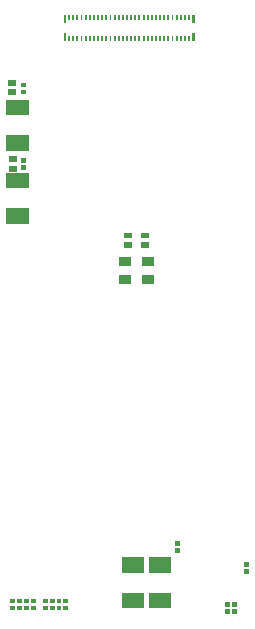
<source format=gbr>
G04 start of page 15 for group -4015 idx -4015 *
G04 Title: (unknown), toppaste *
G04 Creator: pcb 4.2.0 *
G04 CreationDate: Mon Jul 20 21:55:51 2020 UTC *
G04 For: commonadmin *
G04 Format: Gerber/RS-274X *
G04 PCB-Dimensions (mil): 24000.00 18000.00 *
G04 PCB-Coordinate-Origin: lower left *
%MOIN*%
%FSLAX25Y25*%
%LNTOPPASTE*%
%ADD278C,0.0001*%
G54D278*G36*
X632106Y528681D02*X631280D01*
Y525925D01*
X632106D01*
Y528681D01*
G37*
G36*
Y534705D02*X631280D01*
Y531949D01*
X632106D01*
Y534705D01*
G37*
G36*
X589232Y528681D02*X588406D01*
Y525925D01*
X589232D01*
Y528681D01*
G37*
G36*
Y534705D02*X588406D01*
Y531949D01*
X589232D01*
Y534705D01*
G37*
G36*
X630551Y527677D02*X629921D01*
Y525866D01*
X630551D01*
Y527677D01*
G37*
G36*
X629173D02*X628543D01*
Y525866D01*
X629173D01*
Y527677D01*
G37*
G36*
X627795D02*X627165D01*
Y525866D01*
X627795D01*
Y527677D01*
G37*
G36*
X626417D02*X625787D01*
Y525866D01*
X626417D01*
Y527677D01*
G37*
G36*
X625039D02*X624409D01*
Y525866D01*
X625039D01*
Y527677D01*
G37*
G36*
X623661D02*X623031D01*
Y525866D01*
X623661D01*
Y527677D01*
G37*
G36*
X622283D02*X621654D01*
Y525866D01*
X622283D01*
Y527677D01*
G37*
G36*
X620906D02*X620276D01*
Y525866D01*
X620906D01*
Y527677D01*
G37*
G36*
X619528D02*X618898D01*
Y525866D01*
X619528D01*
Y527677D01*
G37*
G36*
X618150D02*X617520D01*
Y525866D01*
X618150D01*
Y527677D01*
G37*
G36*
X616772D02*X616142D01*
Y525866D01*
X616772D01*
Y527677D01*
G37*
G36*
X615394D02*X614764D01*
Y525866D01*
X615394D01*
Y527677D01*
G37*
G36*
X614016D02*X613386D01*
Y525866D01*
X614016D01*
Y527677D01*
G37*
G36*
X612638D02*X612008D01*
Y525866D01*
X612638D01*
Y527677D01*
G37*
G36*
X611260D02*X610630D01*
Y525866D01*
X611260D01*
Y527677D01*
G37*
G36*
X609882D02*X609252D01*
Y525866D01*
X609882D01*
Y527677D01*
G37*
G36*
X608504D02*X607874D01*
Y525866D01*
X608504D01*
Y527677D01*
G37*
G36*
X607126D02*X606496D01*
Y525866D01*
X607126D01*
Y527677D01*
G37*
G36*
X605748D02*X605118D01*
Y525866D01*
X605748D01*
Y527677D01*
G37*
G36*
X604370D02*X603740D01*
Y525866D01*
X604370D01*
Y527677D01*
G37*
G36*
X602992D02*X602362D01*
Y525866D01*
X602992D01*
Y527677D01*
G37*
G36*
X601614D02*X600984D01*
Y525866D01*
X601614D01*
Y527677D01*
G37*
G36*
X600236D02*X599606D01*
Y525866D01*
X600236D01*
Y527677D01*
G37*
G36*
X598858D02*X598228D01*
Y525866D01*
X598858D01*
Y527677D01*
G37*
G36*
X597480D02*X596850D01*
Y525866D01*
X597480D01*
Y527677D01*
G37*
G36*
X596102D02*X595472D01*
Y525866D01*
X596102D01*
Y527677D01*
G37*
G36*
X594724D02*X594094D01*
Y525866D01*
X594724D01*
Y527677D01*
G37*
G36*
X593346D02*X592717D01*
Y525866D01*
X593346D01*
Y527677D01*
G37*
G36*
X591969D02*X591339D01*
Y525866D01*
X591969D01*
Y527677D01*
G37*
G36*
X590591D02*X589961D01*
Y525866D01*
X590591D01*
Y527677D01*
G37*
G36*
X630551Y534764D02*X629921D01*
Y532953D01*
X630551D01*
Y534764D01*
G37*
G36*
X629173D02*X628543D01*
Y532953D01*
X629173D01*
Y534764D01*
G37*
G36*
X627795D02*X627165D01*
Y532953D01*
X627795D01*
Y534764D01*
G37*
G36*
X626417D02*X625787D01*
Y532953D01*
X626417D01*
Y534764D01*
G37*
G36*
X625039D02*X624409D01*
Y532953D01*
X625039D01*
Y534764D01*
G37*
G36*
X623661D02*X623031D01*
Y532953D01*
X623661D01*
Y534764D01*
G37*
G36*
X622283D02*X621654D01*
Y532953D01*
X622283D01*
Y534764D01*
G37*
G36*
X620906D02*X620276D01*
Y532953D01*
X620906D01*
Y534764D01*
G37*
G36*
X619528D02*X618898D01*
Y532953D01*
X619528D01*
Y534764D01*
G37*
G36*
X618150D02*X617520D01*
Y532953D01*
X618150D01*
Y534764D01*
G37*
G36*
X616772D02*X616142D01*
Y532953D01*
X616772D01*
Y534764D01*
G37*
G36*
X615394D02*X614764D01*
Y532953D01*
X615394D01*
Y534764D01*
G37*
G36*
X614016D02*X613386D01*
Y532953D01*
X614016D01*
Y534764D01*
G37*
G36*
X612638D02*X612008D01*
Y532953D01*
X612638D01*
Y534764D01*
G37*
G36*
X611260D02*X610630D01*
Y532953D01*
X611260D01*
Y534764D01*
G37*
G36*
X609882D02*X609252D01*
Y532953D01*
X609882D01*
Y534764D01*
G37*
G36*
X608504D02*X607874D01*
Y532953D01*
X608504D01*
Y534764D01*
G37*
G36*
X607126D02*X606496D01*
Y532953D01*
X607126D01*
Y534764D01*
G37*
G36*
X605748D02*X605118D01*
Y532953D01*
X605748D01*
Y534764D01*
G37*
G36*
X604370D02*X603740D01*
Y532953D01*
X604370D01*
Y534764D01*
G37*
G36*
X602992D02*X602362D01*
Y532953D01*
X602992D01*
Y534764D01*
G37*
G36*
X601614D02*X600984D01*
Y532953D01*
X601614D01*
Y534764D01*
G37*
G36*
X600236D02*X599606D01*
Y532953D01*
X600236D01*
Y534764D01*
G37*
G36*
X598858D02*X598228D01*
Y532953D01*
X598858D01*
Y534764D01*
G37*
G36*
X597480D02*X596850D01*
Y532953D01*
X597480D01*
Y534764D01*
G37*
G36*
X596102D02*X595472D01*
Y532953D01*
X596102D01*
Y534764D01*
G37*
G36*
X594724D02*X594094D01*
Y532953D01*
X594724D01*
Y534764D01*
G37*
G36*
X593346D02*X592717D01*
Y532953D01*
X593346D01*
Y534764D01*
G37*
G36*
X591969D02*X591339D01*
Y532953D01*
X591969D01*
Y534764D01*
G37*
G36*
X590591D02*X589961D01*
Y532953D01*
X590591D01*
Y534764D01*
G37*
G36*
X648713Y349925D02*Y348351D01*
X650287D01*
Y349925D01*
X648713D01*
G37*
G36*
Y352287D02*Y350713D01*
X650287D01*
Y352287D01*
X648713D01*
G37*
G36*
X625713Y359287D02*Y357713D01*
X627287D01*
Y359287D01*
X625713D01*
G37*
G36*
Y356925D02*Y355351D01*
X627287D01*
Y356925D01*
X625713D01*
G37*
G36*
X616760Y342059D02*Y336941D01*
X624240D01*
Y342059D01*
X616760D01*
G37*
G36*
Y353869D02*Y348751D01*
X624240D01*
Y353869D01*
X616760D01*
G37*
G36*
X607760Y342059D02*Y336941D01*
X615240D01*
Y342059D01*
X607760D01*
G37*
G36*
Y353869D02*Y348751D01*
X615240D01*
Y353869D01*
X607760D01*
G37*
G36*
X574378Y512109D02*Y510535D01*
X575952D01*
Y512109D01*
X574378D01*
G37*
G36*
Y509747D02*Y508173D01*
X575952D01*
Y509747D01*
X574378D01*
G37*
G36*
X569788Y513093D02*Y511125D01*
X572542D01*
Y513093D01*
X569788D01*
G37*
G36*
Y509945D02*Y507977D01*
X572542D01*
Y509945D01*
X569788D01*
G37*
G36*
X569260Y494559D02*Y489441D01*
X576740D01*
Y494559D01*
X569260D01*
G37*
G36*
Y506369D02*Y501251D01*
X576740D01*
Y506369D01*
X569260D01*
G37*
G36*
Y470154D02*Y465036D01*
X576740D01*
Y470154D01*
X569260D01*
G37*
G36*
Y481964D02*Y476846D01*
X576740D01*
Y481964D01*
X569260D01*
G37*
G36*
X577613Y337787D02*Y336213D01*
X579187D01*
Y337787D01*
X577613D01*
G37*
G36*
Y340149D02*Y338575D01*
X579187D01*
Y340149D01*
X577613D01*
G37*
G36*
X575313Y337787D02*Y336213D01*
X576887D01*
Y337787D01*
X575313D01*
G37*
G36*
Y340149D02*Y338575D01*
X576887D01*
Y340149D01*
X575313D01*
G37*
G36*
X573013Y337787D02*Y336213D01*
X574587D01*
Y337787D01*
X573013D01*
G37*
G36*
Y340149D02*Y338575D01*
X574587D01*
Y340149D01*
X573013D01*
G37*
G36*
X570713Y337787D02*Y336213D01*
X572287D01*
Y337787D01*
X570713D01*
G37*
G36*
Y340149D02*Y338575D01*
X572287D01*
Y340149D01*
X570713D01*
G37*
G36*
X583913Y337787D02*Y336213D01*
X585487D01*
Y337787D01*
X583913D01*
G37*
G36*
Y340149D02*Y338575D01*
X585487D01*
Y340149D01*
X583913D01*
G37*
G36*
X581713Y337787D02*Y336213D01*
X583287D01*
Y337787D01*
X581713D01*
G37*
G36*
Y340149D02*Y338575D01*
X583287D01*
Y340149D01*
X581713D01*
G37*
G36*
X588313Y337787D02*Y336213D01*
X589887D01*
Y337787D01*
X588313D01*
G37*
G36*
Y340149D02*Y338575D01*
X589887D01*
Y340149D01*
X588313D01*
G37*
G36*
X586113Y337787D02*Y336213D01*
X587687D01*
Y337787D01*
X586113D01*
G37*
G36*
Y340149D02*Y338575D01*
X587687D01*
Y340149D01*
X586113D01*
G37*
G36*
X642213Y336563D02*Y334989D01*
X643787D01*
Y336563D01*
X642213D01*
G37*
G36*
Y338925D02*Y337351D01*
X643787D01*
Y338925D01*
X642213D01*
G37*
G36*
X644713Y336563D02*Y334989D01*
X646287D01*
Y336563D01*
X644713D01*
G37*
G36*
Y338925D02*Y337351D01*
X646287D01*
Y338925D01*
X644713D01*
G37*
G36*
X614123Y458984D02*Y457016D01*
X616877D01*
Y458984D01*
X614123D01*
G37*
G36*
Y462132D02*Y460164D01*
X616877D01*
Y462132D01*
X614123D01*
G37*
G36*
X608623D02*Y460164D01*
X611377D01*
Y462132D01*
X608623D01*
G37*
G36*
Y458984D02*Y457016D01*
X611377D01*
Y458984D01*
X608623D01*
G37*
G36*
X607000Y454000D02*Y451000D01*
X611000D01*
Y454000D01*
X607000D01*
G37*
G36*
Y448000D02*Y445000D01*
X611000D01*
Y448000D01*
X607000D01*
G37*
G36*
X614500D02*Y445000D01*
X618500D01*
Y448000D01*
X614500D01*
G37*
G36*
Y454000D02*Y451000D01*
X618500D01*
Y454000D01*
X614500D01*
G37*
G36*
X570123Y487558D02*Y485590D01*
X572877D01*
Y487558D01*
X570123D01*
G37*
G36*
Y484410D02*Y482442D01*
X572877D01*
Y484410D01*
X570123D01*
G37*
G36*
X574213Y486968D02*Y485394D01*
X575787D01*
Y486968D01*
X574213D01*
G37*
G36*
Y484606D02*Y483032D01*
X575787D01*
Y484606D01*
X574213D01*
G37*
M02*

</source>
